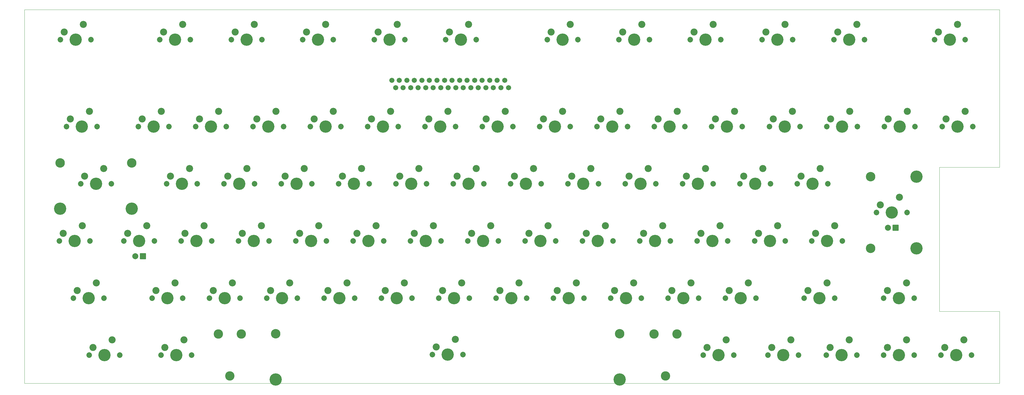
<source format=gbr>
G04 #@! TF.GenerationSoftware,KiCad,Pcbnew,(6.0.4)*
G04 #@! TF.CreationDate,2022-05-16T18:11:45+10:00*
G04 #@! TF.ProjectId,A600KB,41363030-4b42-42e6-9b69-6361645f7063,rev?*
G04 #@! TF.SameCoordinates,Original*
G04 #@! TF.FileFunction,Soldermask,Bot*
G04 #@! TF.FilePolarity,Negative*
%FSLAX46Y46*%
G04 Gerber Fmt 4.6, Leading zero omitted, Abs format (unit mm)*
G04 Created by KiCad (PCBNEW (6.0.4)) date 2022-05-16 18:11:45*
%MOMM*%
%LPD*%
G01*
G04 APERTURE LIST*
G04 Aperture macros list*
%AMRoundRect*
0 Rectangle with rounded corners*
0 $1 Rounding radius*
0 $2 $3 $4 $5 $6 $7 $8 $9 X,Y pos of 4 corners*
0 Add a 4 corners polygon primitive as box body*
4,1,4,$2,$3,$4,$5,$6,$7,$8,$9,$2,$3,0*
0 Add four circle primitives for the rounded corners*
1,1,$1+$1,$2,$3*
1,1,$1+$1,$4,$5*
1,1,$1+$1,$6,$7*
1,1,$1+$1,$8,$9*
0 Add four rect primitives between the rounded corners*
20,1,$1+$1,$2,$3,$4,$5,0*
20,1,$1+$1,$4,$5,$6,$7,0*
20,1,$1+$1,$6,$7,$8,$9,0*
20,1,$1+$1,$8,$9,$2,$3,0*%
G04 Aperture macros list end*
G04 #@! TA.AperFunction,Profile*
%ADD10C,0.100000*%
G04 #@! TD*
%ADD11C,1.852000*%
%ADD12C,4.089800*%
%ADD13C,2.352000*%
%ADD14C,3.150000*%
%ADD15C,2.007000*%
%ADD16RoundRect,0.051000X-0.952500X-0.952500X0.952500X-0.952500X0.952500X0.952500X-0.952500X0.952500X0*%
%ADD17C,3.102000*%
%ADD18C,1.702000*%
G04 APERTURE END LIST*
D10*
X364000000Y-40000000D02*
X364000000Y-92500000D01*
X364000000Y-140500000D02*
X364000000Y-164500000D01*
X344000000Y-140500000D02*
X344000000Y-92500000D01*
X364000000Y-140500000D02*
X344000000Y-140500000D01*
X344000000Y-92500000D02*
X364000000Y-92500000D01*
X40000000Y-40000000D02*
X40000000Y-164500000D01*
X40000000Y-164500000D02*
X364000000Y-164500000D01*
X40000000Y-40000000D02*
X364000000Y-40000000D01*
X364000000Y-40000000D02*
X364000000Y-92500000D01*
X364000000Y-140500000D02*
X364000000Y-164500000D01*
X344000000Y-140500000D02*
X344000000Y-92500000D01*
X364000000Y-140500000D02*
X344000000Y-140500000D01*
X344000000Y-92500000D02*
X364000000Y-92500000D01*
X40000000Y-40000000D02*
X40000000Y-164500000D01*
X40000000Y-164500000D02*
X364000000Y-164500000D01*
X40000000Y-40000000D02*
X364000000Y-40000000D01*
D11*
X163449000Y-98044000D03*
D12*
X168529000Y-98044000D03*
D11*
X173609000Y-98044000D03*
D13*
X164719000Y-95504000D03*
X171069000Y-92964000D03*
D11*
X130175000Y-117094000D03*
X140335000Y-117094000D03*
D12*
X135255000Y-117094000D03*
D13*
X131445000Y-114554000D03*
X137795000Y-112014000D03*
D12*
X130429000Y-98044000D03*
D11*
X125349000Y-98044000D03*
X135509000Y-98044000D03*
D13*
X126619000Y-95504000D03*
X132969000Y-92964000D03*
D12*
X292608000Y-78994000D03*
D11*
X297688000Y-78994000D03*
X287528000Y-78994000D03*
D13*
X288798000Y-76454000D03*
X295148000Y-73914000D03*
D11*
X299085000Y-136144000D03*
D12*
X304165000Y-136144000D03*
D11*
X309245000Y-136144000D03*
D13*
X300355000Y-133604000D03*
X306705000Y-131064000D03*
D11*
X325501000Y-136144000D03*
D12*
X330581000Y-136144000D03*
D11*
X335661000Y-136144000D03*
D13*
X326771000Y-133604000D03*
X333121000Y-131064000D03*
D11*
X62103000Y-50038000D03*
X51943000Y-50038000D03*
D12*
X57023000Y-50038000D03*
D13*
X53213000Y-47498000D03*
X59563000Y-44958000D03*
D12*
X90043000Y-50038000D03*
D11*
X95123000Y-50038000D03*
X84963000Y-50038000D03*
D13*
X86233000Y-47498000D03*
X92583000Y-44958000D03*
D12*
X113792000Y-50038000D03*
D11*
X108712000Y-50038000D03*
X118872000Y-50038000D03*
D13*
X109982000Y-47498000D03*
X116332000Y-44958000D03*
D11*
X142621000Y-50038000D03*
X132461000Y-50038000D03*
D12*
X137541000Y-50038000D03*
D13*
X133731000Y-47498000D03*
X140081000Y-44958000D03*
D11*
X166370000Y-50038000D03*
X156210000Y-50038000D03*
D12*
X161290000Y-50038000D03*
D13*
X157480000Y-47498000D03*
X163830000Y-44958000D03*
D11*
X179959000Y-50038000D03*
D12*
X185039000Y-50038000D03*
D11*
X190119000Y-50038000D03*
D13*
X181229000Y-47498000D03*
X187579000Y-44958000D03*
D11*
X223901000Y-50038000D03*
D12*
X218821000Y-50038000D03*
D11*
X213741000Y-50038000D03*
D13*
X215011000Y-47498000D03*
X221361000Y-44958000D03*
D12*
X242570000Y-50038000D03*
D11*
X247650000Y-50038000D03*
X237490000Y-50038000D03*
D13*
X238760000Y-47498000D03*
X245110000Y-44958000D03*
D11*
X271399000Y-50038000D03*
X261239000Y-50038000D03*
D12*
X266319000Y-50038000D03*
D13*
X262509000Y-47498000D03*
X268859000Y-44958000D03*
D11*
X285115000Y-50038000D03*
D12*
X290195000Y-50038000D03*
D11*
X295275000Y-50038000D03*
D13*
X286385000Y-47498000D03*
X292735000Y-44958000D03*
D11*
X319151000Y-50038000D03*
D12*
X314071000Y-50038000D03*
D11*
X308991000Y-50038000D03*
D13*
X310261000Y-47498000D03*
X316611000Y-44958000D03*
D12*
X59055000Y-78994000D03*
D11*
X64135000Y-78994000D03*
X53975000Y-78994000D03*
D13*
X55245000Y-76454000D03*
X61595000Y-73914000D03*
D11*
X88011000Y-78994000D03*
X77851000Y-78994000D03*
D12*
X82931000Y-78994000D03*
D13*
X79121000Y-76454000D03*
X85471000Y-73914000D03*
D11*
X107061000Y-78994000D03*
X96901000Y-78994000D03*
D12*
X101981000Y-78994000D03*
D13*
X98171000Y-76454000D03*
X104521000Y-73914000D03*
D11*
X126111000Y-78994000D03*
D12*
X121031000Y-78994000D03*
D11*
X115951000Y-78994000D03*
D13*
X117221000Y-76454000D03*
X123571000Y-73914000D03*
D12*
X140081000Y-78994000D03*
D11*
X145161000Y-78994000D03*
X135001000Y-78994000D03*
D13*
X136271000Y-76454000D03*
X142621000Y-73914000D03*
D11*
X154051000Y-78994000D03*
X164211000Y-78994000D03*
D12*
X159131000Y-78994000D03*
D13*
X155321000Y-76454000D03*
X161671000Y-73914000D03*
D11*
X173101000Y-78994000D03*
X183261000Y-78994000D03*
D12*
X178181000Y-78994000D03*
D13*
X174371000Y-76454000D03*
X180721000Y-73914000D03*
D12*
X197231000Y-78994000D03*
D11*
X192151000Y-78994000D03*
X202311000Y-78994000D03*
D13*
X193421000Y-76454000D03*
X199771000Y-73914000D03*
D12*
X216281000Y-78994000D03*
D11*
X221361000Y-78994000D03*
X211201000Y-78994000D03*
D13*
X212471000Y-76454000D03*
X218821000Y-73914000D03*
D12*
X235331000Y-78994000D03*
D11*
X230251000Y-78994000D03*
X240411000Y-78994000D03*
D13*
X231521000Y-76454000D03*
X237871000Y-73914000D03*
D11*
X249301000Y-78994000D03*
D12*
X254381000Y-78994000D03*
D11*
X259461000Y-78994000D03*
D13*
X250571000Y-76454000D03*
X256921000Y-73914000D03*
D12*
X273431000Y-78994000D03*
D11*
X278511000Y-78994000D03*
X268351000Y-78994000D03*
D13*
X269621000Y-76454000D03*
X275971000Y-73914000D03*
D12*
X311658000Y-78994000D03*
D11*
X316738000Y-78994000D03*
X306578000Y-78994000D03*
D13*
X307848000Y-76454000D03*
X314198000Y-73914000D03*
D11*
X335915000Y-78994000D03*
D12*
X330835000Y-78994000D03*
D11*
X325755000Y-78994000D03*
D13*
X327025000Y-76454000D03*
X333375000Y-73914000D03*
D12*
X350012000Y-78994000D03*
D11*
X355092000Y-78994000D03*
X344932000Y-78994000D03*
D13*
X346202000Y-76454000D03*
X352552000Y-73914000D03*
D11*
X352552000Y-50038000D03*
D12*
X347472000Y-50038000D03*
D11*
X342392000Y-50038000D03*
D13*
X343662000Y-47498000D03*
X350012000Y-44958000D03*
D11*
X68834000Y-98044000D03*
D12*
X75660250Y-106299000D03*
X51847750Y-106299000D03*
D14*
X75660250Y-91059000D03*
X51847750Y-91059000D03*
D12*
X63754000Y-98044000D03*
D11*
X58674000Y-98044000D03*
D13*
X59944000Y-95504000D03*
X66294000Y-92964000D03*
D11*
X87249000Y-98044000D03*
X97409000Y-98044000D03*
D12*
X92329000Y-98044000D03*
D13*
X88519000Y-95504000D03*
X94869000Y-92964000D03*
D12*
X111379000Y-98044000D03*
D11*
X116459000Y-98044000D03*
X106299000Y-98044000D03*
D13*
X107569000Y-95504000D03*
X113919000Y-92964000D03*
D11*
X144399000Y-98044000D03*
X154559000Y-98044000D03*
D12*
X149479000Y-98044000D03*
D13*
X145669000Y-95504000D03*
X152019000Y-92964000D03*
D12*
X187579000Y-98044000D03*
D11*
X192659000Y-98044000D03*
X182499000Y-98044000D03*
D13*
X183769000Y-95504000D03*
X190119000Y-92964000D03*
D12*
X206629000Y-98044000D03*
D11*
X211709000Y-98044000D03*
X201549000Y-98044000D03*
D13*
X202819000Y-95504000D03*
X209169000Y-92964000D03*
D11*
X230759000Y-98044000D03*
X220599000Y-98044000D03*
D12*
X225679000Y-98044000D03*
D13*
X221869000Y-95504000D03*
X228219000Y-92964000D03*
D12*
X244729000Y-98044000D03*
D11*
X249809000Y-98044000D03*
X239649000Y-98044000D03*
D13*
X240919000Y-95504000D03*
X247269000Y-92964000D03*
D12*
X263779000Y-98044000D03*
D11*
X268859000Y-98044000D03*
X258699000Y-98044000D03*
D13*
X259969000Y-95504000D03*
X266319000Y-92964000D03*
D11*
X287909000Y-98044000D03*
D12*
X282829000Y-98044000D03*
D11*
X277749000Y-98044000D03*
D13*
X279019000Y-95504000D03*
X285369000Y-92964000D03*
D12*
X301879000Y-98044000D03*
D11*
X306959000Y-98044000D03*
X296799000Y-98044000D03*
D13*
X298069000Y-95504000D03*
X304419000Y-92964000D03*
D11*
X323088000Y-107569000D03*
D12*
X336423000Y-95631000D03*
D14*
X321183000Y-95631000D03*
X321183000Y-119507000D03*
D12*
X336423000Y-119507000D03*
D11*
X333248000Y-107569000D03*
D12*
X328168000Y-107569000D03*
D13*
X324358000Y-105029000D03*
X330708000Y-102489000D03*
D15*
X326898000Y-112649000D03*
D16*
X329438000Y-112649000D03*
D11*
X51562000Y-117094000D03*
D12*
X56642000Y-117094000D03*
D11*
X61722000Y-117094000D03*
D13*
X52832000Y-114554000D03*
X59182000Y-112014000D03*
D11*
X83185000Y-117094000D03*
X73025000Y-117094000D03*
D12*
X78105000Y-117094000D03*
D13*
X74295000Y-114554000D03*
X80645000Y-112014000D03*
D15*
X76835000Y-122174000D03*
D16*
X79375000Y-122174000D03*
D11*
X102235000Y-117094000D03*
X92075000Y-117094000D03*
D12*
X97155000Y-117094000D03*
D13*
X93345000Y-114554000D03*
X99695000Y-112014000D03*
D11*
X111125000Y-117094000D03*
D12*
X116205000Y-117094000D03*
D11*
X121285000Y-117094000D03*
D13*
X112395000Y-114554000D03*
X118745000Y-112014000D03*
D11*
X149225000Y-117094000D03*
D12*
X154305000Y-117094000D03*
D11*
X159385000Y-117094000D03*
D13*
X150495000Y-114554000D03*
X156845000Y-112014000D03*
D11*
X178435000Y-117094000D03*
D12*
X173355000Y-117094000D03*
D11*
X168275000Y-117094000D03*
D13*
X169545000Y-114554000D03*
X175895000Y-112014000D03*
D11*
X187325000Y-117094000D03*
D12*
X192405000Y-117094000D03*
D11*
X197485000Y-117094000D03*
D13*
X188595000Y-114554000D03*
X194945000Y-112014000D03*
D12*
X211455000Y-117094000D03*
D11*
X216535000Y-117094000D03*
X206375000Y-117094000D03*
D13*
X207645000Y-114554000D03*
X213995000Y-112014000D03*
D11*
X235585000Y-117094000D03*
X225425000Y-117094000D03*
D12*
X230505000Y-117094000D03*
D13*
X226695000Y-114554000D03*
X233045000Y-112014000D03*
D12*
X249555000Y-117094000D03*
D11*
X244475000Y-117094000D03*
X254635000Y-117094000D03*
D13*
X245745000Y-114554000D03*
X252095000Y-112014000D03*
D11*
X263525000Y-117094000D03*
D12*
X268605000Y-117094000D03*
D11*
X273685000Y-117094000D03*
D13*
X264795000Y-114554000D03*
X271145000Y-112014000D03*
D11*
X292753489Y-117091342D03*
D12*
X287673489Y-117091342D03*
D11*
X282593489Y-117091342D03*
D13*
X283863489Y-114551342D03*
X290213489Y-112011342D03*
D11*
X301625000Y-117094000D03*
D12*
X306705000Y-117094000D03*
D11*
X311785000Y-117094000D03*
D13*
X302895000Y-114554000D03*
X309245000Y-112014000D03*
D11*
X56261000Y-136144000D03*
X66421000Y-136144000D03*
D12*
X61341000Y-136144000D03*
D13*
X57531000Y-133604000D03*
X63881000Y-131064000D03*
D11*
X82423000Y-136144000D03*
X92583000Y-136144000D03*
D12*
X87503000Y-136144000D03*
D13*
X83693000Y-133604000D03*
X90043000Y-131064000D03*
D12*
X106553000Y-136144000D03*
D11*
X111633000Y-136144000D03*
X101473000Y-136144000D03*
D13*
X102743000Y-133604000D03*
X109093000Y-131064000D03*
D11*
X130683000Y-136144000D03*
D12*
X125603000Y-136144000D03*
D11*
X120523000Y-136144000D03*
D13*
X121793000Y-133604000D03*
X128143000Y-131064000D03*
D11*
X139573000Y-136144000D03*
X149733000Y-136144000D03*
D12*
X144653000Y-136144000D03*
D13*
X140843000Y-133604000D03*
X147193000Y-131064000D03*
D12*
X163703000Y-136144000D03*
D11*
X158623000Y-136144000D03*
X168783000Y-136144000D03*
D13*
X159893000Y-133604000D03*
X166243000Y-131064000D03*
D12*
X182753000Y-136144000D03*
D11*
X187833000Y-136144000D03*
X177673000Y-136144000D03*
D13*
X178943000Y-133604000D03*
X185293000Y-131064000D03*
D11*
X206883000Y-136144000D03*
X196723000Y-136144000D03*
D12*
X201803000Y-136144000D03*
D13*
X197993000Y-133604000D03*
X204343000Y-131064000D03*
D12*
X220853000Y-136144000D03*
D11*
X225933000Y-136144000D03*
X215773000Y-136144000D03*
D13*
X217043000Y-133604000D03*
X223393000Y-131064000D03*
D11*
X234788793Y-136153187D03*
X244948793Y-136153187D03*
D12*
X239868793Y-136153187D03*
D13*
X236058793Y-133613187D03*
X242408793Y-131073187D03*
D12*
X258953000Y-136144000D03*
D11*
X253873000Y-136144000D03*
X264033000Y-136144000D03*
D13*
X255143000Y-133604000D03*
X261493000Y-131064000D03*
D11*
X283083000Y-136144000D03*
X272923000Y-136144000D03*
D12*
X278003000Y-136144000D03*
D13*
X274193000Y-133604000D03*
X280543000Y-131064000D03*
D12*
X311531000Y-155067000D03*
D11*
X316611000Y-155067000D03*
X306451000Y-155067000D03*
D13*
X307721000Y-152527000D03*
X314071000Y-149987000D03*
D11*
X335661000Y-155067000D03*
D12*
X330581000Y-155067000D03*
D11*
X325501000Y-155067000D03*
D13*
X326771000Y-152527000D03*
X333121000Y-149987000D03*
D11*
X354711000Y-155067000D03*
X344551000Y-155067000D03*
D12*
X349631000Y-155067000D03*
D13*
X345821000Y-152527000D03*
X352171000Y-149987000D03*
D12*
X66548000Y-155067000D03*
D11*
X61468000Y-155067000D03*
X71628000Y-155067000D03*
D13*
X62738000Y-152527000D03*
X69088000Y-149987000D03*
D11*
X85344000Y-155067000D03*
X95504000Y-155067000D03*
D12*
X90424000Y-155067000D03*
D13*
X86614000Y-152527000D03*
X92964000Y-149987000D03*
D12*
X180594000Y-154940000D03*
D14*
X237744000Y-147955000D03*
D11*
X175514000Y-154940000D03*
D14*
X123444000Y-147955000D03*
D11*
X185674000Y-154940000D03*
D12*
X237744000Y-163195000D03*
X123444000Y-163195000D03*
D13*
X176784000Y-152400000D03*
X183134000Y-149860000D03*
D12*
X270637000Y-155067000D03*
D11*
X265557000Y-155067000D03*
X275717000Y-155067000D03*
D13*
X266827000Y-152527000D03*
X273177000Y-149987000D03*
D11*
X297180000Y-155067000D03*
D12*
X292100000Y-155067000D03*
D11*
X287020000Y-155067000D03*
D13*
X288290000Y-152527000D03*
X294640000Y-149987000D03*
D17*
X108204000Y-162052000D03*
X104394000Y-148082000D03*
X112014000Y-148082000D03*
X252984000Y-162052000D03*
X249174000Y-148082000D03*
X256794000Y-148082000D03*
D18*
X162052000Y-63540000D03*
X163302000Y-66040000D03*
X164552000Y-63540000D03*
X165802000Y-66040000D03*
X167052000Y-63540000D03*
X168302000Y-66040000D03*
X169552000Y-63540000D03*
X170802000Y-66040000D03*
X172052000Y-63540000D03*
X173302000Y-66040000D03*
X174552000Y-63540000D03*
X175802000Y-66040000D03*
X177052000Y-63540000D03*
X178302000Y-66040000D03*
X179552000Y-63540000D03*
X180802000Y-66040000D03*
X182052000Y-63540000D03*
X183302000Y-66040000D03*
X184552000Y-63540000D03*
X185802000Y-66040000D03*
X187052000Y-63540000D03*
X188302000Y-66040000D03*
X189552000Y-63540000D03*
X190802000Y-66040000D03*
X192052000Y-63540000D03*
X193302000Y-66040000D03*
X194552000Y-63540000D03*
X195802000Y-66040000D03*
X197052000Y-63540000D03*
X198302000Y-66040000D03*
X199552000Y-63540000D03*
X200802000Y-66040000D03*
M02*

</source>
